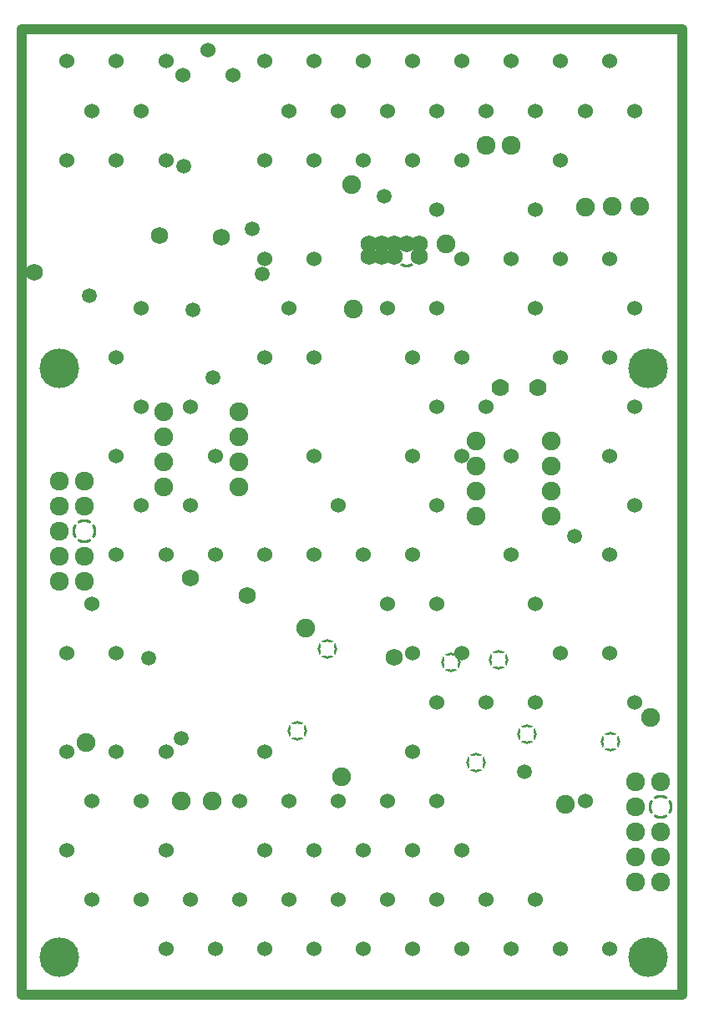
<source format=gbr>
G04 Layer_Physical_Order=2*
G04 Layer_Color=32768*
%FSLAX26Y26*%
%MOIN*%
%TF.FileFunction,Copper,L2,Inr,Plane*%
%TF.Part,Single*%
G01*
G75*
%TA.AperFunction,ComponentPad*%
%ADD25C,0.060000*%
%TA.AperFunction,NonConductor*%
%ADD35C,0.040000*%
%TA.AperFunction,ComponentPad*%
%ADD36C,0.075433*%
%ADD37C,0.075827*%
G04:AMPARAMS|DCode=38|XSize=95.827mil|YSize=95.827mil|CornerRadius=0mil|HoleSize=0mil|Usage=FLASHONLY|Rotation=0.000|XOffset=0mil|YOffset=0mil|HoleType=Round|Shape=Relief|Width=10mil|Gap=10mil|Entries=4|*
%AMTHD38*
7,0,0,0.095827,0.075827,0.010000,45*
%
%ADD38THD38*%
%ADD39C,0.070000*%
%TA.AperFunction,ViaPad*%
%ADD40C,0.158110*%
%TA.AperFunction,ComponentPad*%
%ADD41C,0.068000*%
G04:AMPARAMS|DCode=42|XSize=88mil|YSize=88mil|CornerRadius=0mil|HoleSize=0mil|Usage=FLASHONLY|Rotation=0.000|XOffset=0mil|YOffset=0mil|HoleType=Round|Shape=Relief|Width=10mil|Gap=10mil|Entries=4|*
%AMTHD42*
7,0,0,0.088000,0.068000,0.010000,45*
%
%ADD42THD42*%
%TA.AperFunction,ViaPad*%
%ADD43C,0.068000*%
%ADD44C,0.059685*%
G04:AMPARAMS|DCode=45|XSize=79.685mil|YSize=79.685mil|CornerRadius=0mil|HoleSize=0mil|Usage=FLASHONLY|Rotation=0.000|XOffset=0mil|YOffset=0mil|HoleType=Round|Shape=Relief|Width=10mil|Gap=10mil|Entries=4|*
%AMTHD45*
7,0,0,0.079685,0.059685,0.010000,45*
%
%ADD45THD45*%
%ADD46C,0.060000*%
D25*
X644110Y3669110D02*
D03*
X844110D02*
D03*
X744110Y3769110D02*
D03*
D35*
X0Y0D02*
X2637795Y-0D01*
X2637795Y3852110D02*
X2637795Y-0D01*
X-0Y3852110D02*
X2637795Y3852110D01*
X-0Y3852110D02*
X0Y0D01*
D36*
X2170000Y760000D02*
D03*
X634913Y774110D02*
D03*
X1814134Y2209568D02*
D03*
Y2109568D02*
D03*
Y2009568D02*
D03*
Y1909568D02*
D03*
X2114134Y2209568D02*
D03*
Y2109568D02*
D03*
Y2009568D02*
D03*
Y1909568D02*
D03*
X866110Y2027110D02*
D03*
Y2127110D02*
D03*
Y2227110D02*
D03*
Y2327110D02*
D03*
X566110Y2027110D02*
D03*
Y2127110D02*
D03*
Y2227110D02*
D03*
Y2327110D02*
D03*
X1315110Y3231110D02*
D03*
X1323110Y2735110D02*
D03*
X2466110Y3145110D02*
D03*
X2355110Y3145110D02*
D03*
X2250110Y3143810D02*
D03*
X1694110Y2997110D02*
D03*
X1132110Y1463110D02*
D03*
X760110Y774110D02*
D03*
X257759Y1005858D02*
D03*
X1275110Y868110D02*
D03*
X2511110Y1107110D02*
D03*
D37*
X150110Y2050110D02*
D03*
Y1950110D02*
D03*
Y1850110D02*
D03*
Y1750110D02*
D03*
Y1650110D02*
D03*
X250110Y2050110D02*
D03*
Y1950110D02*
D03*
Y1750110D02*
D03*
Y1650110D02*
D03*
X1952110Y3390110D02*
D03*
X1852110D02*
D03*
X2450110Y850110D02*
D03*
Y750110D02*
D03*
Y650110D02*
D03*
Y550110D02*
D03*
Y450110D02*
D03*
X2550110Y850110D02*
D03*
Y650110D02*
D03*
Y550110D02*
D03*
Y450110D02*
D03*
D38*
X250110Y1850110D02*
D03*
X2550110Y750110D02*
D03*
D39*
X2058338Y2423260D02*
D03*
X1908732D02*
D03*
D40*
X150110Y150110D02*
D03*
X2500110D02*
D03*
X150110Y2500110D02*
D03*
X2500110D02*
D03*
D41*
X1585110Y2995112D02*
D03*
Y2945112D02*
D03*
X1535110Y2995112D02*
D03*
X1485110D02*
D03*
Y2945112D02*
D03*
X1435110Y2995112D02*
D03*
Y2945112D02*
D03*
X1385110Y2995112D02*
D03*
Y2945112D02*
D03*
D42*
X1535110D02*
D03*
D43*
X550000Y3030000D02*
D03*
X1485110Y1345110D02*
D03*
X900000Y1591492D02*
D03*
X672000Y1662000D02*
D03*
X49000Y2883000D02*
D03*
X797110Y3023110D02*
D03*
D44*
X2005362Y890110D02*
D03*
X960000Y2876220D02*
D03*
X270110Y2790110D02*
D03*
X2205110Y1830110D02*
D03*
X645110Y3305110D02*
D03*
X921110Y3055110D02*
D03*
X682110Y2732110D02*
D03*
X1447616Y3185110D02*
D03*
X762110Y2463110D02*
D03*
X505110Y1344110D02*
D03*
X634922Y1024110D02*
D03*
D45*
X1220000Y1380000D02*
D03*
X1903009Y1337474D02*
D03*
X1813252Y926110D02*
D03*
X2350110Y1010110D02*
D03*
X2015488Y1038780D02*
D03*
X1713800Y1325110D02*
D03*
X1099110Y1053110D02*
D03*
D46*
X279528Y377953D02*
D03*
X181102Y574803D02*
D03*
X279528Y771654D02*
D03*
X181102Y968504D02*
D03*
Y1362205D02*
D03*
X279528Y1559055D02*
D03*
X181102Y3330709D02*
D03*
X279528Y3527559D02*
D03*
X181102Y3724410D02*
D03*
X476378Y377953D02*
D03*
Y771654D02*
D03*
X377953Y968504D02*
D03*
Y1362205D02*
D03*
Y1755906D02*
D03*
X476378Y1952756D02*
D03*
X377953Y2149606D02*
D03*
X476378Y2346457D02*
D03*
X377953Y2543307D02*
D03*
X476378Y2740158D02*
D03*
X377953Y3330709D02*
D03*
X476378Y3527559D02*
D03*
X377953Y3724410D02*
D03*
X574803Y181102D02*
D03*
X673228Y377953D02*
D03*
X574803Y574803D02*
D03*
Y968504D02*
D03*
Y1755906D02*
D03*
X673228Y1952756D02*
D03*
Y2346457D02*
D03*
X574803Y3330709D02*
D03*
Y3724410D02*
D03*
X771654Y181102D02*
D03*
X870079Y377953D02*
D03*
Y771654D02*
D03*
X771654Y1755906D02*
D03*
Y2149606D02*
D03*
X968504Y181102D02*
D03*
X1066929Y377953D02*
D03*
X968504Y574803D02*
D03*
X1066929Y771654D02*
D03*
X968504Y968504D02*
D03*
Y1755906D02*
D03*
Y2543307D02*
D03*
X1066929Y2740158D02*
D03*
X968504Y2937008D02*
D03*
Y3330709D02*
D03*
X1066929Y3527559D02*
D03*
X968504Y3724410D02*
D03*
X1165354Y181102D02*
D03*
X1263780Y377953D02*
D03*
X1165354Y574803D02*
D03*
X1263780Y771654D02*
D03*
X1165354Y1755906D02*
D03*
X1263780Y1952756D02*
D03*
X1165354Y2149606D02*
D03*
Y2543307D02*
D03*
Y2937008D02*
D03*
Y3330709D02*
D03*
X1263780Y3527559D02*
D03*
X1165354Y3724410D02*
D03*
X1362205Y181102D02*
D03*
X1460630Y377953D02*
D03*
X1362205Y574803D02*
D03*
X1460630Y771654D02*
D03*
Y1559055D02*
D03*
X1362205Y1755906D02*
D03*
X1460630Y2740158D02*
D03*
X1362205Y3330709D02*
D03*
X1460630Y3527559D02*
D03*
X1362205Y3724410D02*
D03*
X1559055Y181102D02*
D03*
X1657480Y377953D02*
D03*
X1559055Y574803D02*
D03*
X1657480Y771654D02*
D03*
X1559055Y968504D02*
D03*
X1657480Y1165354D02*
D03*
X1559055Y1362205D02*
D03*
X1657480Y1559055D02*
D03*
X1559055Y1755906D02*
D03*
X1657480Y1952756D02*
D03*
X1559055Y2149606D02*
D03*
X1657480Y2346457D02*
D03*
X1559055Y2543307D02*
D03*
X1657480Y2740158D02*
D03*
Y3133858D02*
D03*
X1559055Y3330709D02*
D03*
X1657480Y3527559D02*
D03*
X1559055Y3724410D02*
D03*
X1755906Y181102D02*
D03*
X1854331Y377953D02*
D03*
X1755906Y574803D02*
D03*
X1854331Y1165354D02*
D03*
X1755906Y1362205D02*
D03*
Y2149606D02*
D03*
X1854331Y2346457D02*
D03*
X1755906Y2543307D02*
D03*
Y2937008D02*
D03*
Y3330709D02*
D03*
X1854331Y3527559D02*
D03*
X1755906Y3724410D02*
D03*
X1952756Y181102D02*
D03*
X2051181Y377953D02*
D03*
Y1165354D02*
D03*
Y1559055D02*
D03*
X1952756Y1755906D02*
D03*
Y2149606D02*
D03*
X2051181Y2740158D02*
D03*
X1952756Y2937008D02*
D03*
X2051181Y3133858D02*
D03*
Y3527559D02*
D03*
X1952756Y3724410D02*
D03*
X2149606Y181102D02*
D03*
X2248032Y771654D02*
D03*
X2149606Y1362205D02*
D03*
Y2543307D02*
D03*
Y2937008D02*
D03*
Y3330709D02*
D03*
X2248032Y3527559D02*
D03*
X2149606Y3724410D02*
D03*
X2346457Y181102D02*
D03*
X2444882Y1165354D02*
D03*
X2346457Y1362205D02*
D03*
Y1755906D02*
D03*
X2444882Y1952756D02*
D03*
X2346457Y2149606D02*
D03*
X2444882Y2346457D02*
D03*
X2346457Y2543307D02*
D03*
X2444882Y2740158D02*
D03*
X2346457Y2937008D02*
D03*
X2444882Y3527559D02*
D03*
X2346457Y3724410D02*
D03*
%TF.MD5,bb08096c983972cfbfd84f4041f5bad0*%
M02*

</source>
